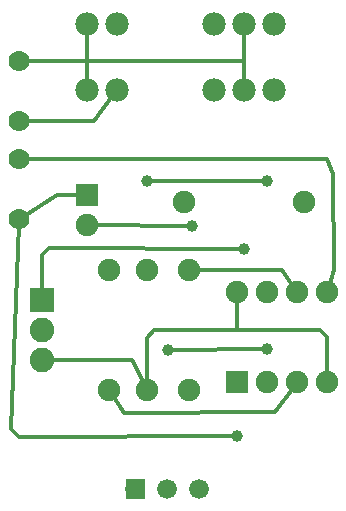
<source format=gbl>
G04 MADE WITH FRITZING*
G04 WWW.FRITZING.ORG*
G04 DOUBLE SIDED*
G04 HOLES PLATED*
G04 CONTOUR ON CENTER OF CONTOUR VECTOR*
%FSLAX26Y26*%
%MOIN*%
%ADD10C,0.078000*%
%ADD11C,0.039370*%
%ADD12C,0.075000*%
%ADD13C,0.070000*%
%ADD14C,0.082000*%
%ADD15C,0.066000*%
%ADD16R,0.075000X0.075000*%
%ADD17R,0.082000X0.082000*%
%ADD18C,0.012000*%
%ADD19R,0.001000X0.001000*%
%G04COPPER0*%
%FSLAX26Y26*%
%MOIN*%
D10*
X924023Y1889308D03*
X924023Y1668836D03*
X924023Y1889308D03*
X924023Y1668836D03*
X299025Y1889308D03*
X299025Y1668836D03*
X299025Y1889308D03*
X299025Y1668836D03*
X399025Y1668836D03*
X399025Y1889308D03*
X724025Y1889308D03*
X724025Y1668836D03*
X724025Y1889308D03*
X724025Y1668836D03*
X824025Y1668836D03*
X824025Y1889308D03*
D11*
X824296Y1138912D03*
X649018Y1214309D03*
D12*
X300444Y1319559D03*
X300444Y1219559D03*
X800444Y694560D03*
X800444Y994560D03*
X900444Y694560D03*
X900444Y994560D03*
X1000440Y694560D03*
X1000440Y994560D03*
X1100440Y694560D03*
X1100440Y994560D03*
D13*
X74022Y1764308D03*
X74022Y1564308D03*
X73111Y1238666D03*
X73111Y1438666D03*
D12*
X1025440Y1294559D03*
X625440Y1294559D03*
X375444Y669560D03*
X375444Y1069560D03*
X639622Y1069559D03*
X639622Y669560D03*
X500444Y1069564D03*
X500444Y669560D03*
D14*
X150444Y969559D03*
X150444Y869560D03*
X150444Y769560D03*
D11*
X899018Y1364309D03*
X499018Y1364309D03*
D15*
X462022Y339310D03*
X568022Y339310D03*
X674022Y339310D03*
D11*
X899774Y805730D03*
X570418Y802460D03*
X799022Y514310D03*
D16*
X300444Y1319559D03*
X800444Y694560D03*
D17*
X150444Y969559D03*
D18*
X317942Y1219296D02*
X641149Y1214427D01*
D02*
X524233Y870570D02*
X499757Y843650D01*
D02*
X1100710Y844300D02*
X1076010Y869000D01*
D02*
X800444Y869560D02*
X524236Y870580D01*
D02*
X1076010Y869000D02*
X800443Y869560D01*
D02*
X1100480Y712060D02*
X1100710Y844300D01*
D02*
X425244Y593940D02*
X925994Y594450D01*
D02*
X385070Y654950D02*
X425249Y593940D01*
D02*
X990864Y1009204D02*
X951078Y1070023D01*
D02*
X951078Y1070023D02*
X657123Y1069586D01*
D02*
X506896Y1364308D02*
X891148Y1364308D01*
D02*
X150527Y990559D02*
X151033Y1119773D01*
D02*
X151033Y1119773D02*
X175236Y1143976D01*
D02*
X175233Y1143976D02*
X816421Y1138975D01*
D02*
X990002Y680520D02*
X925999Y594450D01*
D02*
X171444Y769610D02*
X450742Y770190D01*
D02*
X450744Y770190D02*
X492697Y685250D01*
D02*
X88111Y1438675D02*
X1099350Y1439308D01*
D02*
X1099350Y1439308D02*
X1121910Y1389159D01*
D02*
X1121910Y1389159D02*
X1124210Y1069053D01*
D02*
X1124210Y1069053D02*
X1105760Y1011232D01*
D02*
X800444Y869560D02*
X800444Y977059D01*
D02*
X500375Y687060D02*
X499757Y843650D01*
D02*
X578296Y802540D02*
X891897Y805650D01*
D02*
X388023Y1653346D02*
X325242Y1564959D01*
D02*
X325242Y1564959D02*
X89022Y1564347D01*
D02*
X299542Y1764359D02*
X89022Y1764312D01*
D02*
X823535Y1764359D02*
X299542Y1764359D01*
D02*
X199078Y1319475D02*
X85737Y1246765D01*
D02*
X282944Y1319545D02*
X199078Y1319475D01*
D02*
X72583Y1223675D02*
X48414Y538290D01*
D02*
X48414Y538290D02*
X73258Y513450D01*
D02*
X73258Y513450D02*
X791148Y514300D01*
D02*
X299128Y1687836D02*
X299542Y1764359D01*
D02*
X299542Y1764359D02*
X299104Y1870309D01*
D02*
X823535Y1764359D02*
X823928Y1687836D01*
D02*
X823951Y1870309D02*
X823535Y1764359D01*
D19*
X429500Y372000D02*
X494500Y372000D01*
X429500Y371000D02*
X494500Y371000D01*
X429500Y370000D02*
X494500Y370000D01*
X429500Y369000D02*
X494500Y369000D01*
X429500Y368000D02*
X494500Y368000D01*
X429500Y367000D02*
X494500Y367000D01*
X429500Y366000D02*
X494500Y366000D01*
X429500Y365000D02*
X494500Y365000D01*
X429500Y364000D02*
X494500Y364000D01*
X429500Y363000D02*
X494500Y363000D01*
X429500Y362000D02*
X494500Y362000D01*
X429500Y361000D02*
X494500Y361000D01*
X429500Y360000D02*
X494500Y360000D01*
X429500Y359000D02*
X494500Y359000D01*
X429500Y358000D02*
X494500Y358000D01*
X429500Y357000D02*
X494500Y357000D01*
X429500Y356000D02*
X494500Y356000D01*
X429500Y355000D02*
X494500Y355000D01*
X429500Y354000D02*
X459500Y354000D01*
X464500Y354000D02*
X494500Y354000D01*
X429500Y353000D02*
X455500Y353000D01*
X468500Y353000D02*
X494500Y353000D01*
X429500Y352000D02*
X453500Y352000D01*
X469500Y352000D02*
X494500Y352000D01*
X429500Y351000D02*
X452500Y351000D01*
X471500Y351000D02*
X494500Y351000D01*
X429500Y350000D02*
X451500Y350000D01*
X472500Y350000D02*
X494500Y350000D01*
X429500Y349000D02*
X450500Y349000D01*
X473500Y349000D02*
X494500Y349000D01*
X429500Y348000D02*
X449500Y348000D01*
X474500Y348000D02*
X494500Y348000D01*
X429500Y347000D02*
X448500Y347000D01*
X474500Y347000D02*
X494500Y347000D01*
X429500Y346000D02*
X448500Y346000D01*
X475500Y346000D02*
X494500Y346000D01*
X429500Y345000D02*
X447500Y345000D01*
X475500Y345000D02*
X494500Y345000D01*
X429500Y344000D02*
X447500Y344000D01*
X476500Y344000D02*
X494500Y344000D01*
X429500Y343000D02*
X447500Y343000D01*
X476500Y343000D02*
X494500Y343000D01*
X429500Y342000D02*
X447500Y342000D01*
X476500Y342000D02*
X494500Y342000D01*
X429500Y341000D02*
X446500Y341000D01*
X476500Y341000D02*
X494500Y341000D01*
X429500Y340000D02*
X446500Y340000D01*
X476500Y340000D02*
X494500Y340000D01*
X429500Y339000D02*
X446500Y339000D01*
X476500Y339000D02*
X494500Y339000D01*
X429500Y338000D02*
X446500Y338000D01*
X476500Y338000D02*
X494500Y338000D01*
X429500Y337000D02*
X447500Y337000D01*
X476500Y337000D02*
X494500Y337000D01*
X429500Y336000D02*
X447500Y336000D01*
X476500Y336000D02*
X494500Y336000D01*
X429500Y335000D02*
X447500Y335000D01*
X475500Y335000D02*
X494500Y335000D01*
X429500Y334000D02*
X447500Y334000D01*
X475500Y334000D02*
X494500Y334000D01*
X429500Y333000D02*
X448500Y333000D01*
X475500Y333000D02*
X494500Y333000D01*
X429500Y332000D02*
X449500Y332000D01*
X474500Y332000D02*
X494500Y332000D01*
X429500Y331000D02*
X449500Y331000D01*
X473500Y331000D02*
X494500Y331000D01*
X429500Y330000D02*
X450500Y330000D01*
X472500Y330000D02*
X494500Y330000D01*
X429500Y329000D02*
X451500Y329000D01*
X471500Y329000D02*
X494500Y329000D01*
X429500Y328000D02*
X452500Y328000D01*
X470500Y328000D02*
X494500Y328000D01*
X429500Y327000D02*
X454500Y327000D01*
X469500Y327000D02*
X494500Y327000D01*
X429500Y326000D02*
X456500Y326000D01*
X466500Y326000D02*
X494500Y326000D01*
X429500Y325000D02*
X494500Y325000D01*
X429500Y324000D02*
X494500Y324000D01*
X429500Y323000D02*
X494500Y323000D01*
X429500Y322000D02*
X494500Y322000D01*
X429500Y321000D02*
X494500Y321000D01*
X429500Y320000D02*
X494500Y320000D01*
X429500Y319000D02*
X494500Y319000D01*
X429500Y318000D02*
X494500Y318000D01*
X429500Y317000D02*
X494500Y317000D01*
X429500Y316000D02*
X494500Y316000D01*
X429500Y315000D02*
X494500Y315000D01*
X429500Y314000D02*
X494500Y314000D01*
X429500Y313000D02*
X494500Y313000D01*
X429500Y312000D02*
X494500Y312000D01*
X429500Y311000D02*
X494500Y311000D01*
X429500Y310000D02*
X494500Y310000D01*
X429500Y309000D02*
X494500Y309000D01*
X429500Y308000D02*
X494500Y308000D01*
X429500Y307000D02*
X494500Y307000D01*
D02*
G04 End of Copper0*
M02*
</source>
